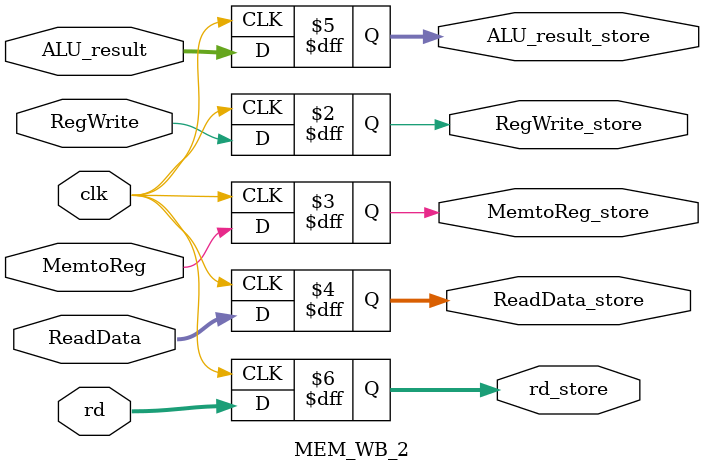
<source format=v>
module MEM_WB_2
(
    input clk,
    input RegWrite, MemtoReg,
    input [63:0] ReadData, ALU_result,
    input [4:0] rd,

    output reg RegWrite_store, MemtoReg_store,
    output reg [63:0] ReadData_store, ALU_result_store,
    output reg [4:0] rd_store

);

always @(negedge clk) begin

    RegWrite_store = RegWrite;
    MemtoReg_store = MemtoReg;
    ReadData_store = ReadData;
    ALU_result_store = ALU_result;
    rd_store = rd;
end

endmodule // MEM_WB
</source>
